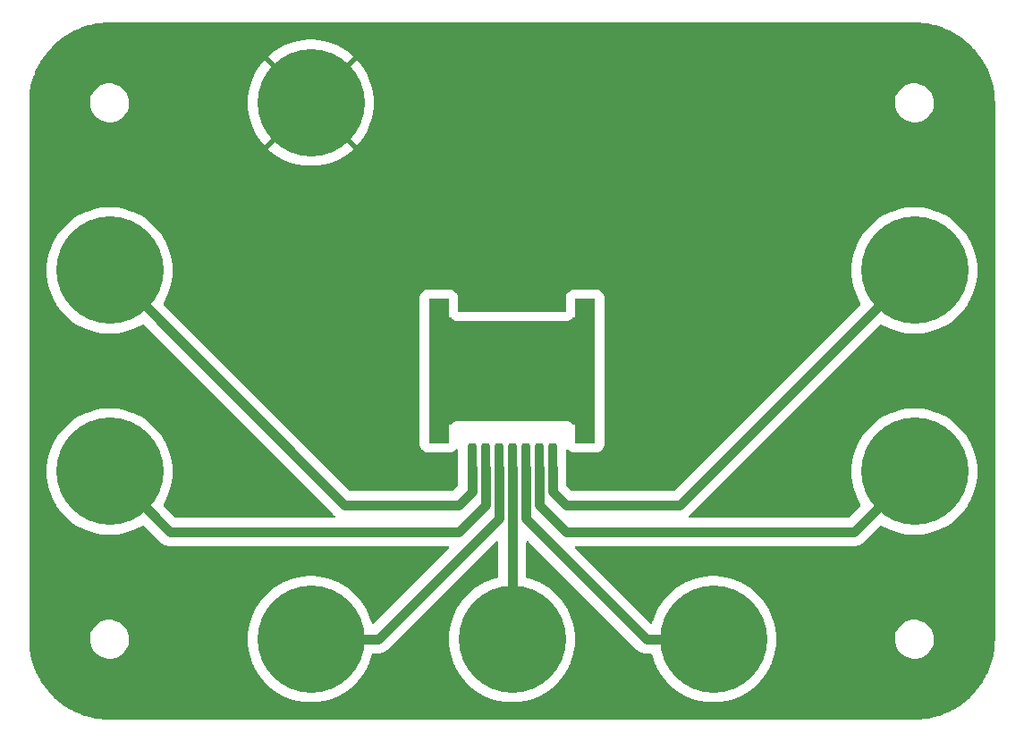
<source format=gbr>
%TF.GenerationSoftware,KiCad,Pcbnew,7.0.9*%
%TF.CreationDate,2023-11-14T16:22:47-06:00*%
%TF.ProjectId,to263-prototype,746f3236-332d-4707-926f-746f74797065,rev?*%
%TF.SameCoordinates,Original*%
%TF.FileFunction,Copper,L1,Top*%
%TF.FilePolarity,Positive*%
%FSLAX46Y46*%
G04 Gerber Fmt 4.6, Leading zero omitted, Abs format (unit mm)*
G04 Created by KiCad (PCBNEW 7.0.9) date 2023-11-14 16:22:47*
%MOMM*%
%LPD*%
G01*
G04 APERTURE LIST*
G04 Aperture macros list*
%AMRoundRect*
0 Rectangle with rounded corners*
0 $1 Rounding radius*
0 $2 $3 $4 $5 $6 $7 $8 $9 X,Y pos of 4 corners*
0 Add a 4 corners polygon primitive as box body*
4,1,4,$2,$3,$4,$5,$6,$7,$8,$9,$2,$3,0*
0 Add four circle primitives for the rounded corners*
1,1,$1+$1,$2,$3*
1,1,$1+$1,$4,$5*
1,1,$1+$1,$6,$7*
1,1,$1+$1,$8,$9*
0 Add four rect primitives between the rounded corners*
20,1,$1+$1,$2,$3,$4,$5,0*
20,1,$1+$1,$4,$5,$6,$7,0*
20,1,$1+$1,$6,$7,$8,$9,0*
20,1,$1+$1,$8,$9,$2,$3,0*%
G04 Aperture macros list end*
%TA.AperFunction,ComponentPad*%
%ADD10C,10.160000*%
%TD*%
%TA.AperFunction,SMDPad,CuDef*%
%ADD11R,1.850000X13.700000*%
%TD*%
%TA.AperFunction,SMDPad,CuDef*%
%ADD12RoundRect,0.200000X0.200000X-2.100000X0.200000X2.100000X-0.200000X2.100000X-0.200000X-2.100000X0*%
%TD*%
%TA.AperFunction,SMDPad,CuDef*%
%ADD13RoundRect,0.250000X2.375000X-2.025000X2.375000X2.025000X-2.375000X2.025000X-2.375000X-2.025000X0*%
%TD*%
%TA.AperFunction,SMDPad,CuDef*%
%ADD14RoundRect,0.250002X5.149998X-4.449998X5.149998X4.449998X-5.149998X4.449998X-5.149998X-4.449998X0*%
%TD*%
%TA.AperFunction,Conductor*%
%ADD15C,0.889000*%
%TD*%
G04 APERTURE END LIST*
D10*
%TO.P,J8,1,Pin_1*%
%TO.N,GND*%
X69850000Y-50800000D03*
%TD*%
%TO.P,J4,1,Pin_1*%
%TO.N,Net-(J4-Pin_1)*%
X88900000Y-101600000D03*
%TD*%
%TO.P,J1,1,Pin_1*%
%TO.N,Net-(J1-Pin_1)*%
X50800000Y-66675000D03*
%TD*%
%TO.P,J3,1,Pin_1*%
%TO.N,Net-(J3-Pin_1)*%
X69850000Y-101600000D03*
%TD*%
%TO.P,J6,1,Pin_1*%
%TO.N,Net-(J6-Pin_1)*%
X127000000Y-85725000D03*
%TD*%
%TO.P,J5,1,Pin_1*%
%TO.N,Net-(J5-Pin_1)*%
X107950000Y-101600000D03*
%TD*%
D11*
%TO.P,HS1,1*%
%TO.N,Net-(J4-Pin_1)*%
X81980000Y-76200000D03*
X95820000Y-76200000D03*
%TD*%
D10*
%TO.P,J2,1,Pin_1*%
%TO.N,Net-(J2-Pin_1)*%
X50800000Y-85725000D03*
%TD*%
%TO.P,J7,1,Pin_1*%
%TO.N,Net-(J7-Pin_1)*%
X127000000Y-66675000D03*
%TD*%
D12*
%TO.P,U1,1,Pin_1*%
%TO.N,Net-(J1-Pin_1)*%
X85090000Y-85350000D03*
%TO.P,U1,2,Pin_2*%
%TO.N,Net-(J2-Pin_1)*%
X86360000Y-85350000D03*
%TO.P,U1,3,Pin_3*%
%TO.N,Net-(J3-Pin_1)*%
X87630000Y-85350000D03*
%TO.P,U1,4,Pin_4*%
%TO.N,Net-(J4-Pin_1)*%
X88900000Y-85350000D03*
D13*
X86125000Y-78625000D03*
X91675000Y-78625000D03*
D14*
X88900000Y-76200000D03*
D13*
X86125000Y-73775000D03*
X91675000Y-73775000D03*
D12*
%TO.P,U1,5,Pin_5*%
%TO.N,Net-(J5-Pin_1)*%
X90170000Y-85350000D03*
%TO.P,U1,6,Pin_6*%
%TO.N,Net-(J6-Pin_1)*%
X91440000Y-85350000D03*
%TO.P,U1,7,Pin_7*%
%TO.N,Net-(J7-Pin_1)*%
X92710000Y-85350000D03*
%TD*%
D15*
%TO.N,Net-(J1-Pin_1)*%
X85090000Y-87650000D02*
X83840000Y-88900000D01*
X73025000Y-88900000D02*
X50800000Y-66675000D01*
X85090000Y-85350000D02*
X85090000Y-87650000D01*
X83840000Y-88900000D02*
X73025000Y-88900000D01*
%TO.N,Net-(J2-Pin_1)*%
X56515000Y-91440000D02*
X50800000Y-85725000D01*
X83820000Y-91440000D02*
X56515000Y-91440000D01*
X86360000Y-85350000D02*
X86360000Y-88900000D01*
X86360000Y-88900000D02*
X83820000Y-91440000D01*
%TO.N,Net-(J3-Pin_1)*%
X87630000Y-85350000D02*
X87630000Y-90170000D01*
X87630000Y-90170000D02*
X76200000Y-101600000D01*
X76200000Y-101600000D02*
X69850000Y-101600000D01*
%TO.N,Net-(J4-Pin_1)*%
X88900000Y-85350000D02*
X88900000Y-101600000D01*
%TO.N,Net-(J5-Pin_1)*%
X90170000Y-85350000D02*
X90170000Y-90170000D01*
X101600000Y-101600000D02*
X107950000Y-101600000D01*
X90170000Y-90170000D02*
X101600000Y-101600000D01*
%TO.N,Net-(J6-Pin_1)*%
X121285000Y-91440000D02*
X127000000Y-85725000D01*
X93980000Y-91440000D02*
X121285000Y-91440000D01*
X91440000Y-88900000D02*
X93980000Y-91440000D01*
X91440000Y-85350000D02*
X91440000Y-88900000D01*
%TO.N,Net-(J7-Pin_1)*%
X104775000Y-88900000D02*
X127000000Y-66675000D01*
X92710000Y-87630000D02*
X93980000Y-88900000D01*
X92710000Y-85350000D02*
X92710000Y-87630000D01*
X93980000Y-88900000D02*
X104775000Y-88900000D01*
%TD*%
%TA.AperFunction,Conductor*%
%TO.N,GND*%
G36*
X127322140Y-43191504D02*
G01*
X127522520Y-43198661D01*
X127526580Y-43198942D01*
X127814973Y-43228589D01*
X128051748Y-43254046D01*
X128055619Y-43254588D01*
X128334032Y-43302592D01*
X128575786Y-43346209D01*
X128579345Y-43346963D01*
X128841257Y-43410789D01*
X128850934Y-43413148D01*
X129092051Y-43474689D01*
X129095400Y-43475647D01*
X129360331Y-43559732D01*
X129598091Y-43638866D01*
X129601205Y-43639999D01*
X129715553Y-43685091D01*
X129858831Y-43741592D01*
X130091402Y-43837927D01*
X130094269Y-43839202D01*
X130251768Y-43914105D01*
X130343806Y-43957877D01*
X130569576Y-44070889D01*
X130572211Y-44072288D01*
X130812732Y-44207526D01*
X130898176Y-44258221D01*
X131030359Y-44336650D01*
X131032709Y-44338117D01*
X131163888Y-44424157D01*
X131263229Y-44489315D01*
X131263251Y-44489329D01*
X131472485Y-44634603D01*
X131693115Y-44801912D01*
X131891579Y-44961844D01*
X132046837Y-45097222D01*
X132100199Y-45143751D01*
X132286816Y-45317497D01*
X132482502Y-45513183D01*
X132656248Y-45699800D01*
X132708860Y-45760137D01*
X132838158Y-45908423D01*
X132947881Y-46044582D01*
X132998087Y-46106884D01*
X133165396Y-46327514D01*
X133310670Y-46536748D01*
X133461881Y-46767289D01*
X133463359Y-46769656D01*
X133592473Y-46987267D01*
X133727710Y-47227787D01*
X133729109Y-47230422D01*
X133842122Y-47456193D01*
X133960786Y-47705706D01*
X133962076Y-47708608D01*
X134058414Y-47941188D01*
X134159999Y-48198793D01*
X134161150Y-48201959D01*
X134240283Y-48439717D01*
X134324340Y-48704561D01*
X134325319Y-48707984D01*
X134386851Y-48949065D01*
X134453021Y-49220589D01*
X134453799Y-49224261D01*
X134497418Y-49466026D01*
X134545410Y-49744381D01*
X134545957Y-49748288D01*
X134571425Y-49985174D01*
X134601053Y-50273378D01*
X134601338Y-50277506D01*
X134608507Y-50478225D01*
X134619500Y-50800001D01*
X134619500Y-101599999D01*
X134608507Y-101921774D01*
X134601338Y-102122492D01*
X134601053Y-102126620D01*
X134571425Y-102414825D01*
X134545957Y-102651710D01*
X134545410Y-102655617D01*
X134497418Y-102933973D01*
X134453799Y-103175737D01*
X134453021Y-103179409D01*
X134386851Y-103450934D01*
X134325319Y-103692014D01*
X134324340Y-103695437D01*
X134240283Y-103960282D01*
X134161150Y-104198039D01*
X134160000Y-104201205D01*
X134058414Y-104458811D01*
X133962076Y-104691390D01*
X133960786Y-104694292D01*
X133842122Y-104943806D01*
X133729109Y-105169576D01*
X133727710Y-105172211D01*
X133592473Y-105412732D01*
X133463359Y-105630342D01*
X133461881Y-105632709D01*
X133310670Y-105863251D01*
X133165396Y-106072485D01*
X132998087Y-106293115D01*
X132838151Y-106491585D01*
X132656248Y-106700199D01*
X132482502Y-106886816D01*
X132286816Y-107082502D01*
X132100199Y-107256248D01*
X131891585Y-107438151D01*
X131693115Y-107598087D01*
X131472485Y-107765396D01*
X131263251Y-107910670D01*
X131032709Y-108061881D01*
X131030342Y-108063359D01*
X130812732Y-108192473D01*
X130572211Y-108327710D01*
X130569576Y-108329109D01*
X130343806Y-108442122D01*
X130094292Y-108560786D01*
X130091390Y-108562076D01*
X129858811Y-108658414D01*
X129601205Y-108760000D01*
X129598039Y-108761150D01*
X129360282Y-108840283D01*
X129095437Y-108924340D01*
X129092014Y-108925319D01*
X128850934Y-108986851D01*
X128579409Y-109053021D01*
X128575737Y-109053799D01*
X128333973Y-109097418D01*
X128055617Y-109145410D01*
X128051710Y-109145957D01*
X127814825Y-109171425D01*
X127526620Y-109201053D01*
X127522492Y-109201338D01*
X127321774Y-109208507D01*
X126999999Y-109219500D01*
X50800001Y-109219500D01*
X50478225Y-109208507D01*
X50277506Y-109201338D01*
X50273378Y-109201053D01*
X49985174Y-109171425D01*
X49748288Y-109145957D01*
X49744381Y-109145410D01*
X49466026Y-109097418D01*
X49224261Y-109053799D01*
X49220604Y-109053024D01*
X49119381Y-109028356D01*
X48949065Y-108986851D01*
X48707984Y-108925319D01*
X48704561Y-108924340D01*
X48439717Y-108840283D01*
X48201950Y-108761146D01*
X48198793Y-108759999D01*
X47941188Y-108658414D01*
X47708608Y-108562076D01*
X47705706Y-108560786D01*
X47456193Y-108442122D01*
X47230422Y-108329109D01*
X47227787Y-108327710D01*
X46987267Y-108192473D01*
X46769656Y-108063359D01*
X46767289Y-108061881D01*
X46536748Y-107910670D01*
X46327514Y-107765396D01*
X46106884Y-107598087D01*
X46023367Y-107530785D01*
X45908423Y-107438158D01*
X45760137Y-107308860D01*
X45699800Y-107256248D01*
X45513183Y-107082502D01*
X45317497Y-106886816D01*
X45143751Y-106700199D01*
X45066097Y-106611142D01*
X44961844Y-106491579D01*
X44801912Y-106293115D01*
X44634603Y-106072485D01*
X44489329Y-105863251D01*
X44338117Y-105632709D01*
X44336650Y-105630359D01*
X44207526Y-105412732D01*
X44072288Y-105172211D01*
X44070889Y-105169576D01*
X43957877Y-104943806D01*
X43918755Y-104861545D01*
X43839202Y-104694270D01*
X43837922Y-104691390D01*
X43741585Y-104458811D01*
X43639999Y-104201205D01*
X43638866Y-104198091D01*
X43559732Y-103960331D01*
X43475647Y-103695400D01*
X43474689Y-103692051D01*
X43413148Y-103450934D01*
X43402031Y-103405316D01*
X43346963Y-103179345D01*
X43346209Y-103175786D01*
X43302586Y-102933999D01*
X43254588Y-102655617D01*
X43254046Y-102651748D01*
X43228574Y-102414825D01*
X43198942Y-102126580D01*
X43198661Y-102122520D01*
X43191492Y-101921774D01*
X43182815Y-101667763D01*
X48945787Y-101667763D01*
X48975413Y-101937013D01*
X48975415Y-101937024D01*
X49024982Y-102126620D01*
X49043928Y-102199088D01*
X49149870Y-102448390D01*
X49258147Y-102625808D01*
X49290979Y-102679605D01*
X49290986Y-102679615D01*
X49464253Y-102887819D01*
X49464259Y-102887824D01*
X49515765Y-102933973D01*
X49665998Y-103068582D01*
X49891910Y-103218044D01*
X50137176Y-103333020D01*
X50137183Y-103333022D01*
X50137185Y-103333023D01*
X50396557Y-103411057D01*
X50396564Y-103411058D01*
X50396569Y-103411060D01*
X50664561Y-103450500D01*
X50664566Y-103450500D01*
X50867636Y-103450500D01*
X50919133Y-103446730D01*
X51070156Y-103435677D01*
X51206451Y-103405316D01*
X51334546Y-103376782D01*
X51334548Y-103376781D01*
X51334553Y-103376780D01*
X51587558Y-103280014D01*
X51823777Y-103147441D01*
X52038177Y-102981888D01*
X52226186Y-102786881D01*
X52383799Y-102566579D01*
X52479850Y-102379759D01*
X52507649Y-102325690D01*
X52507651Y-102325684D01*
X52507656Y-102325675D01*
X52595118Y-102069305D01*
X52644319Y-101802933D01*
X52654212Y-101532235D01*
X52624586Y-101262982D01*
X52556072Y-101000912D01*
X52450130Y-100751610D01*
X52309018Y-100520390D01*
X52219747Y-100413119D01*
X52135746Y-100312180D01*
X52135740Y-100312175D01*
X51934002Y-100131418D01*
X51708092Y-99981957D01*
X51708090Y-99981956D01*
X51462824Y-99866980D01*
X51462819Y-99866978D01*
X51462814Y-99866976D01*
X51203442Y-99788942D01*
X51203428Y-99788939D01*
X51087791Y-99771921D01*
X50935439Y-99749500D01*
X50732369Y-99749500D01*
X50732364Y-99749500D01*
X50529844Y-99764323D01*
X50529831Y-99764325D01*
X50265453Y-99823217D01*
X50265446Y-99823220D01*
X50012439Y-99919987D01*
X49776226Y-100052557D01*
X49561822Y-100218112D01*
X49373822Y-100413109D01*
X49373816Y-100413116D01*
X49216202Y-100633419D01*
X49216199Y-100633424D01*
X49092350Y-100874309D01*
X49092343Y-100874327D01*
X49004884Y-101130685D01*
X49004881Y-101130699D01*
X48955681Y-101397068D01*
X48955680Y-101397075D01*
X48945787Y-101667763D01*
X43182815Y-101667763D01*
X43180500Y-101600000D01*
X43180500Y-101599500D01*
X43180500Y-85725001D01*
X44825655Y-85725001D01*
X44845028Y-86205734D01*
X44903021Y-86683355D01*
X44903021Y-86683354D01*
X44972989Y-87026077D01*
X44999259Y-87154754D01*
X45133116Y-87616884D01*
X45133119Y-87616893D01*
X45303730Y-88066756D01*
X45416400Y-88304202D01*
X45509980Y-88501417D01*
X45731121Y-88884444D01*
X45750548Y-88918091D01*
X45783773Y-88966225D01*
X46023853Y-89314042D01*
X46328139Y-89686724D01*
X46328142Y-89686727D01*
X46661427Y-90033713D01*
X47021553Y-90352757D01*
X47406188Y-90641792D01*
X47812830Y-90898937D01*
X47812831Y-90898937D01*
X48238853Y-91122530D01*
X48566128Y-91261968D01*
X48681468Y-91311110D01*
X48681470Y-91311110D01*
X48681478Y-91311114D01*
X48863002Y-91371715D01*
X49137833Y-91463467D01*
X49137836Y-91463467D01*
X49137836Y-91463468D01*
X49604976Y-91578607D01*
X50079870Y-91655785D01*
X50079871Y-91655785D01*
X50559435Y-91694500D01*
X50559437Y-91694500D01*
X51040565Y-91694500D01*
X51520129Y-91655785D01*
X51520130Y-91655785D01*
X51995024Y-91578607D01*
X52462164Y-91463468D01*
X52462164Y-91463467D01*
X52462167Y-91463467D01*
X52736997Y-91371715D01*
X52918522Y-91311114D01*
X52918529Y-91311110D01*
X52918532Y-91311110D01*
X53033872Y-91261968D01*
X53361147Y-91122530D01*
X53787169Y-90898937D01*
X53787168Y-90898937D01*
X53787173Y-90898935D01*
X53887255Y-90835646D01*
X53954434Y-90816453D01*
X54021328Y-90836628D01*
X54041208Y-90852769D01*
X55489193Y-92300754D01*
X55654246Y-92465807D01*
X55684381Y-92486908D01*
X55699916Y-92497786D01*
X55704208Y-92501079D01*
X55746927Y-92536924D01*
X55795236Y-92564815D01*
X55799770Y-92567704D01*
X55845452Y-92599691D01*
X55895990Y-92623256D01*
X55900766Y-92625743D01*
X55900784Y-92625753D01*
X55949063Y-92653628D01*
X55949067Y-92653630D01*
X55949074Y-92653634D01*
X56001483Y-92672708D01*
X56006463Y-92674772D01*
X56057000Y-92698338D01*
X56057001Y-92698338D01*
X56057002Y-92698339D01*
X56110855Y-92712768D01*
X56116013Y-92714395D01*
X56159354Y-92730169D01*
X56168417Y-92733468D01*
X56223341Y-92743151D01*
X56228604Y-92744319D01*
X56236480Y-92746429D01*
X56282468Y-92758752D01*
X56338047Y-92763613D01*
X56343353Y-92764312D01*
X56398290Y-92774000D01*
X56456753Y-92774000D01*
X82840077Y-92774000D01*
X82907116Y-92793685D01*
X82952871Y-92846489D01*
X82962815Y-92915647D01*
X82933790Y-92979203D01*
X82927758Y-92985681D01*
X75819902Y-100093535D01*
X75758579Y-100127020D01*
X75688887Y-100122036D01*
X75632954Y-100080164D01*
X75613117Y-100040353D01*
X75516884Y-99708116D01*
X75346275Y-99258256D01*
X75346272Y-99258251D01*
X75346270Y-99258244D01*
X75233599Y-99020797D01*
X75140020Y-98823583D01*
X74899457Y-98406917D01*
X74899454Y-98406913D01*
X74899452Y-98406909D01*
X74811359Y-98279285D01*
X74626147Y-98010958D01*
X74321861Y-97638276D01*
X73988574Y-97291288D01*
X73628447Y-96972243D01*
X73243815Y-96683210D01*
X72837173Y-96426065D01*
X72837170Y-96426063D01*
X72837169Y-96426063D01*
X72411147Y-96202470D01*
X72083872Y-96063031D01*
X71968532Y-96013890D01*
X71968529Y-96013889D01*
X71968522Y-96013886D01*
X71786997Y-95953284D01*
X71512167Y-95861533D01*
X71512164Y-95861532D01*
X71045024Y-95746393D01*
X70570130Y-95669215D01*
X70570129Y-95669215D01*
X70090565Y-95630500D01*
X70090563Y-95630500D01*
X69609437Y-95630500D01*
X69609435Y-95630500D01*
X69129871Y-95669215D01*
X69129870Y-95669215D01*
X68654976Y-95746393D01*
X68187836Y-95861532D01*
X68187833Y-95861533D01*
X67913002Y-95953284D01*
X67731478Y-96013886D01*
X67731470Y-96013889D01*
X67731468Y-96013890D01*
X67616128Y-96063031D01*
X67288853Y-96202470D01*
X66862832Y-96426063D01*
X66862831Y-96426063D01*
X66862828Y-96426065D01*
X66456185Y-96683210D01*
X66071553Y-96972243D01*
X65711426Y-97291288D01*
X65378139Y-97638276D01*
X65073853Y-98010958D01*
X64888640Y-98279285D01*
X64800548Y-98406909D01*
X64800545Y-98406913D01*
X64800543Y-98406917D01*
X64559980Y-98823583D01*
X64466400Y-99020797D01*
X64353730Y-99258244D01*
X64353727Y-99258251D01*
X64353725Y-99258256D01*
X64183116Y-99708116D01*
X64049260Y-100170241D01*
X63953021Y-100641645D01*
X63953021Y-100641646D01*
X63953021Y-100641648D01*
X63895028Y-101119265D01*
X63875655Y-101600000D01*
X63895028Y-102080735D01*
X63909398Y-102199082D01*
X63953021Y-102558355D01*
X63953021Y-102558354D01*
X64033729Y-102953685D01*
X64049259Y-103029754D01*
X64183116Y-103491884D01*
X64340418Y-103906657D01*
X64353730Y-103941756D01*
X64362521Y-103960282D01*
X64559980Y-104376417D01*
X64741830Y-104691390D01*
X64800548Y-104793091D01*
X64856940Y-104874788D01*
X65073853Y-105189042D01*
X65378139Y-105561724D01*
X65711426Y-105908712D01*
X66071553Y-106227757D01*
X66422643Y-106491585D01*
X66456188Y-106516792D01*
X66862830Y-106773937D01*
X66862831Y-106773937D01*
X67277649Y-106991650D01*
X67288853Y-106997530D01*
X67488291Y-107082502D01*
X67731468Y-107186110D01*
X67731470Y-107186110D01*
X67731478Y-107186114D01*
X67913002Y-107246715D01*
X68187833Y-107338467D01*
X68187836Y-107338467D01*
X68187836Y-107338468D01*
X68654976Y-107453607D01*
X69129870Y-107530785D01*
X69129871Y-107530785D01*
X69609435Y-107569500D01*
X69609437Y-107569500D01*
X70090565Y-107569500D01*
X70570129Y-107530785D01*
X70570130Y-107530785D01*
X71045024Y-107453607D01*
X71512164Y-107338468D01*
X71512164Y-107338467D01*
X71512167Y-107338467D01*
X71786997Y-107246715D01*
X71968522Y-107186114D01*
X71968529Y-107186110D01*
X71968532Y-107186110D01*
X72211709Y-107082502D01*
X72411147Y-106997530D01*
X72422351Y-106991650D01*
X72837169Y-106773937D01*
X72837170Y-106773937D01*
X73243812Y-106516792D01*
X73277357Y-106491585D01*
X73628447Y-106227757D01*
X73988574Y-105908712D01*
X74321861Y-105561724D01*
X74626147Y-105189042D01*
X74843060Y-104874788D01*
X74899452Y-104793091D01*
X74958170Y-104691390D01*
X75140020Y-104376417D01*
X75337479Y-103960282D01*
X75346270Y-103941756D01*
X75359582Y-103906657D01*
X75516884Y-103491884D01*
X75650741Y-103029754D01*
X75650742Y-103029748D01*
X75651094Y-103028323D01*
X75686251Y-102967943D01*
X75748471Y-102936155D01*
X75771490Y-102934000D01*
X76316707Y-102934000D01*
X76316710Y-102934000D01*
X76371645Y-102924313D01*
X76376966Y-102923613D01*
X76432532Y-102918752D01*
X76486416Y-102904313D01*
X76491653Y-102903152D01*
X76546583Y-102893467D01*
X76567018Y-102886029D01*
X76598977Y-102874397D01*
X76604134Y-102872771D01*
X76657998Y-102858339D01*
X76708536Y-102834771D01*
X76713526Y-102832705D01*
X76765927Y-102813634D01*
X76814232Y-102785744D01*
X76819006Y-102783258D01*
X76869548Y-102759691D01*
X76915226Y-102727706D01*
X76919772Y-102724809D01*
X76968074Y-102696923D01*
X77010811Y-102661060D01*
X77015068Y-102657795D01*
X77060754Y-102625807D01*
X77225807Y-102460754D01*
X87354319Y-92332242D01*
X87415642Y-92298757D01*
X87485334Y-92303741D01*
X87541267Y-92345613D01*
X87565684Y-92411077D01*
X87566000Y-92419923D01*
X87566000Y-95683499D01*
X87546315Y-95750538D01*
X87493511Y-95796293D01*
X87471675Y-95803896D01*
X87237836Y-95861532D01*
X87237833Y-95861533D01*
X86963002Y-95953284D01*
X86781478Y-96013886D01*
X86781470Y-96013889D01*
X86781468Y-96013890D01*
X86666128Y-96063031D01*
X86338853Y-96202470D01*
X85912832Y-96426063D01*
X85912831Y-96426063D01*
X85912828Y-96426065D01*
X85506185Y-96683210D01*
X85121553Y-96972243D01*
X84761426Y-97291288D01*
X84428139Y-97638276D01*
X84123853Y-98010958D01*
X83938640Y-98279285D01*
X83850548Y-98406909D01*
X83850545Y-98406913D01*
X83850543Y-98406917D01*
X83609980Y-98823583D01*
X83516400Y-99020797D01*
X83403730Y-99258244D01*
X83403727Y-99258251D01*
X83403725Y-99258256D01*
X83233116Y-99708116D01*
X83099260Y-100170241D01*
X83003021Y-100641645D01*
X83003021Y-100641646D01*
X83003021Y-100641648D01*
X82945028Y-101119265D01*
X82925655Y-101600000D01*
X82945028Y-102080735D01*
X82959398Y-102199082D01*
X83003021Y-102558355D01*
X83003021Y-102558354D01*
X83083729Y-102953685D01*
X83099259Y-103029754D01*
X83233116Y-103491884D01*
X83390418Y-103906657D01*
X83403730Y-103941756D01*
X83412521Y-103960282D01*
X83609980Y-104376417D01*
X83791830Y-104691390D01*
X83850548Y-104793091D01*
X83906940Y-104874788D01*
X84123853Y-105189042D01*
X84428139Y-105561724D01*
X84761426Y-105908712D01*
X85121553Y-106227757D01*
X85472643Y-106491585D01*
X85506188Y-106516792D01*
X85912830Y-106773937D01*
X85912831Y-106773937D01*
X86327649Y-106991650D01*
X86338853Y-106997530D01*
X86538291Y-107082502D01*
X86781468Y-107186110D01*
X86781470Y-107186110D01*
X86781478Y-107186114D01*
X86963002Y-107246715D01*
X87237833Y-107338467D01*
X87237836Y-107338467D01*
X87237836Y-107338468D01*
X87704976Y-107453607D01*
X88179870Y-107530785D01*
X88179871Y-107530785D01*
X88659435Y-107569500D01*
X88659437Y-107569500D01*
X89140565Y-107569500D01*
X89620129Y-107530785D01*
X89620130Y-107530785D01*
X90095024Y-107453607D01*
X90562164Y-107338468D01*
X90562164Y-107338467D01*
X90562167Y-107338467D01*
X90836997Y-107246715D01*
X91018522Y-107186114D01*
X91018529Y-107186110D01*
X91018532Y-107186110D01*
X91261709Y-107082502D01*
X91461147Y-106997530D01*
X91472351Y-106991650D01*
X91887169Y-106773937D01*
X91887170Y-106773937D01*
X92293812Y-106516792D01*
X92327357Y-106491585D01*
X92678447Y-106227757D01*
X93038574Y-105908712D01*
X93371861Y-105561724D01*
X93676147Y-105189042D01*
X93893060Y-104874788D01*
X93949452Y-104793091D01*
X94008170Y-104691390D01*
X94190020Y-104376417D01*
X94387479Y-103960282D01*
X94396270Y-103941756D01*
X94409582Y-103906657D01*
X94566884Y-103491884D01*
X94700741Y-103029754D01*
X94716271Y-102953685D01*
X94796979Y-102558354D01*
X94796979Y-102558355D01*
X94840602Y-102199082D01*
X94854972Y-102080735D01*
X94874345Y-101600000D01*
X94854972Y-101119265D01*
X94796979Y-100641648D01*
X94796979Y-100641646D01*
X94796978Y-100641645D01*
X94700740Y-100170241D01*
X94566884Y-99708116D01*
X94396275Y-99258256D01*
X94396272Y-99258251D01*
X94396270Y-99258244D01*
X94283599Y-99020797D01*
X94190020Y-98823583D01*
X93949457Y-98406917D01*
X93949454Y-98406913D01*
X93949452Y-98406909D01*
X93861359Y-98279285D01*
X93676147Y-98010958D01*
X93371861Y-97638276D01*
X93038574Y-97291288D01*
X92678447Y-96972243D01*
X92293815Y-96683210D01*
X91887173Y-96426065D01*
X91887170Y-96426063D01*
X91887169Y-96426063D01*
X91461147Y-96202470D01*
X91133872Y-96063031D01*
X91018532Y-96013890D01*
X91018529Y-96013889D01*
X91018522Y-96013886D01*
X90836997Y-95953284D01*
X90562167Y-95861533D01*
X90562164Y-95861532D01*
X90328325Y-95803896D01*
X90267944Y-95768739D01*
X90236156Y-95706520D01*
X90234000Y-95683499D01*
X90234000Y-92419923D01*
X90253685Y-92352884D01*
X90306489Y-92307129D01*
X90375647Y-92297185D01*
X90439203Y-92326210D01*
X90445681Y-92332242D01*
X100574193Y-102460754D01*
X100739246Y-102625807D01*
X100784936Y-102657799D01*
X100789199Y-102661070D01*
X100820674Y-102687481D01*
X100831922Y-102696920D01*
X100831929Y-102696925D01*
X100880211Y-102724801D01*
X100884775Y-102727708D01*
X100930447Y-102759688D01*
X100930449Y-102759689D01*
X100930452Y-102759691D01*
X100980979Y-102783252D01*
X100985772Y-102785748D01*
X101016186Y-102803306D01*
X101034073Y-102813634D01*
X101064695Y-102824779D01*
X101086472Y-102832705D01*
X101091473Y-102834777D01*
X101114362Y-102845450D01*
X101142002Y-102858339D01*
X101142006Y-102858340D01*
X101142004Y-102858340D01*
X101188965Y-102870922D01*
X101195857Y-102872769D01*
X101195865Y-102872771D01*
X101201027Y-102874399D01*
X101220988Y-102881663D01*
X101253417Y-102893467D01*
X101308342Y-102903151D01*
X101313590Y-102904315D01*
X101367468Y-102918752D01*
X101417666Y-102923143D01*
X101423017Y-102923612D01*
X101428376Y-102924317D01*
X101483290Y-102934000D01*
X101541753Y-102934000D01*
X102028510Y-102934000D01*
X102095549Y-102953685D01*
X102141304Y-103006489D01*
X102148906Y-103028323D01*
X102149257Y-103029748D01*
X102149259Y-103029754D01*
X102283116Y-103491884D01*
X102440418Y-103906657D01*
X102453730Y-103941756D01*
X102462521Y-103960282D01*
X102659980Y-104376417D01*
X102841830Y-104691390D01*
X102900548Y-104793091D01*
X102956940Y-104874788D01*
X103173853Y-105189042D01*
X103478139Y-105561724D01*
X103811426Y-105908712D01*
X104171553Y-106227757D01*
X104522643Y-106491585D01*
X104556188Y-106516792D01*
X104962830Y-106773937D01*
X104962831Y-106773937D01*
X105377649Y-106991650D01*
X105388853Y-106997530D01*
X105588291Y-107082502D01*
X105831468Y-107186110D01*
X105831470Y-107186110D01*
X105831478Y-107186114D01*
X106013002Y-107246715D01*
X106287833Y-107338467D01*
X106287836Y-107338467D01*
X106287836Y-107338468D01*
X106754976Y-107453607D01*
X107229870Y-107530785D01*
X107229871Y-107530785D01*
X107709435Y-107569500D01*
X107709437Y-107569500D01*
X108190565Y-107569500D01*
X108670129Y-107530785D01*
X108670130Y-107530785D01*
X109145024Y-107453607D01*
X109612164Y-107338468D01*
X109612164Y-107338467D01*
X109612167Y-107338467D01*
X109886997Y-107246715D01*
X110068522Y-107186114D01*
X110068529Y-107186110D01*
X110068532Y-107186110D01*
X110311709Y-107082502D01*
X110511147Y-106997530D01*
X110522351Y-106991650D01*
X110937169Y-106773937D01*
X110937170Y-106773937D01*
X111343812Y-106516792D01*
X111377357Y-106491585D01*
X111728447Y-106227757D01*
X112088574Y-105908712D01*
X112421861Y-105561724D01*
X112726147Y-105189042D01*
X112943060Y-104874788D01*
X112999452Y-104793091D01*
X113058170Y-104691390D01*
X113240020Y-104376417D01*
X113437479Y-103960282D01*
X113446270Y-103941756D01*
X113459582Y-103906657D01*
X113616884Y-103491884D01*
X113750741Y-103029754D01*
X113766271Y-102953685D01*
X113846979Y-102558354D01*
X113846979Y-102558355D01*
X113890602Y-102199082D01*
X113904972Y-102080735D01*
X113921614Y-101667763D01*
X125145787Y-101667763D01*
X125175413Y-101937013D01*
X125175415Y-101937024D01*
X125224982Y-102126620D01*
X125243928Y-102199088D01*
X125349870Y-102448390D01*
X125458147Y-102625808D01*
X125490979Y-102679605D01*
X125490986Y-102679615D01*
X125664253Y-102887819D01*
X125664259Y-102887824D01*
X125715765Y-102933973D01*
X125865998Y-103068582D01*
X126091910Y-103218044D01*
X126337176Y-103333020D01*
X126337183Y-103333022D01*
X126337185Y-103333023D01*
X126596557Y-103411057D01*
X126596564Y-103411058D01*
X126596569Y-103411060D01*
X126864561Y-103450500D01*
X126864566Y-103450500D01*
X127067636Y-103450500D01*
X127119133Y-103446730D01*
X127270156Y-103435677D01*
X127406451Y-103405316D01*
X127534546Y-103376782D01*
X127534548Y-103376781D01*
X127534553Y-103376780D01*
X127787558Y-103280014D01*
X128023777Y-103147441D01*
X128238177Y-102981888D01*
X128426186Y-102786881D01*
X128583799Y-102566579D01*
X128679850Y-102379759D01*
X128707649Y-102325690D01*
X128707651Y-102325684D01*
X128707656Y-102325675D01*
X128795118Y-102069305D01*
X128844319Y-101802933D01*
X128854212Y-101532235D01*
X128824586Y-101262982D01*
X128756072Y-101000912D01*
X128650130Y-100751610D01*
X128509018Y-100520390D01*
X128419747Y-100413119D01*
X128335746Y-100312180D01*
X128335740Y-100312175D01*
X128134002Y-100131418D01*
X127908092Y-99981957D01*
X127908090Y-99981956D01*
X127662824Y-99866980D01*
X127662819Y-99866978D01*
X127662814Y-99866976D01*
X127403442Y-99788942D01*
X127403428Y-99788939D01*
X127287791Y-99771921D01*
X127135439Y-99749500D01*
X126932369Y-99749500D01*
X126932364Y-99749500D01*
X126729844Y-99764323D01*
X126729831Y-99764325D01*
X126465453Y-99823217D01*
X126465446Y-99823220D01*
X126212439Y-99919987D01*
X125976226Y-100052557D01*
X125761822Y-100218112D01*
X125573822Y-100413109D01*
X125573816Y-100413116D01*
X125416202Y-100633419D01*
X125416199Y-100633424D01*
X125292350Y-100874309D01*
X125292343Y-100874327D01*
X125204884Y-101130685D01*
X125204881Y-101130699D01*
X125155681Y-101397068D01*
X125155680Y-101397075D01*
X125145787Y-101667763D01*
X113921614Y-101667763D01*
X113924345Y-101600000D01*
X113904972Y-101119265D01*
X113846979Y-100641648D01*
X113846979Y-100641646D01*
X113846978Y-100641645D01*
X113750740Y-100170241D01*
X113616884Y-99708116D01*
X113446275Y-99258256D01*
X113446272Y-99258251D01*
X113446270Y-99258244D01*
X113333599Y-99020797D01*
X113240020Y-98823583D01*
X112999457Y-98406917D01*
X112999454Y-98406913D01*
X112999452Y-98406909D01*
X112911359Y-98279285D01*
X112726147Y-98010958D01*
X112421861Y-97638276D01*
X112088574Y-97291288D01*
X111728447Y-96972243D01*
X111343815Y-96683210D01*
X110937173Y-96426065D01*
X110937170Y-96426063D01*
X110937169Y-96426063D01*
X110511147Y-96202470D01*
X110183872Y-96063031D01*
X110068532Y-96013890D01*
X110068529Y-96013889D01*
X110068522Y-96013886D01*
X109886997Y-95953284D01*
X109612167Y-95861533D01*
X109612164Y-95861532D01*
X109145024Y-95746393D01*
X108670130Y-95669215D01*
X108670129Y-95669215D01*
X108190565Y-95630500D01*
X108190563Y-95630500D01*
X107709437Y-95630500D01*
X107709435Y-95630500D01*
X107229871Y-95669215D01*
X107229870Y-95669215D01*
X106754976Y-95746393D01*
X106287836Y-95861532D01*
X106287833Y-95861533D01*
X106013002Y-95953284D01*
X105831478Y-96013886D01*
X105831470Y-96013889D01*
X105831468Y-96013890D01*
X105716128Y-96063031D01*
X105388853Y-96202470D01*
X104962832Y-96426063D01*
X104962831Y-96426063D01*
X104962828Y-96426065D01*
X104556185Y-96683210D01*
X104171553Y-96972243D01*
X103811426Y-97291288D01*
X103478139Y-97638276D01*
X103173853Y-98010958D01*
X102988640Y-98279285D01*
X102900548Y-98406909D01*
X102900545Y-98406913D01*
X102900543Y-98406917D01*
X102659980Y-98823583D01*
X102566400Y-99020797D01*
X102453730Y-99258244D01*
X102453727Y-99258251D01*
X102453725Y-99258256D01*
X102283116Y-99708116D01*
X102259705Y-99788940D01*
X102186882Y-100040354D01*
X102149323Y-100099270D01*
X102085874Y-100128527D01*
X102016680Y-100118837D01*
X101980097Y-100093536D01*
X94872242Y-92985681D01*
X94838757Y-92924358D01*
X94843741Y-92854666D01*
X94885613Y-92798733D01*
X94951077Y-92774316D01*
X94959923Y-92774000D01*
X121401707Y-92774000D01*
X121401710Y-92774000D01*
X121456645Y-92764313D01*
X121461966Y-92763613D01*
X121517532Y-92758752D01*
X121571416Y-92744313D01*
X121576653Y-92743152D01*
X121631583Y-92733467D01*
X121683977Y-92714397D01*
X121689130Y-92712772D01*
X121742998Y-92698339D01*
X121793536Y-92674771D01*
X121798526Y-92672705D01*
X121798540Y-92672700D01*
X121850927Y-92653634D01*
X121899232Y-92625744D01*
X121904006Y-92623258D01*
X121954548Y-92599691D01*
X122000226Y-92567706D01*
X122004772Y-92564809D01*
X122053074Y-92536923D01*
X122095811Y-92501060D01*
X122100068Y-92497795D01*
X122145754Y-92465807D01*
X122310807Y-92300754D01*
X123758792Y-90852767D01*
X123820113Y-90819284D01*
X123889804Y-90824268D01*
X123912741Y-90835644D01*
X123939822Y-90852769D01*
X124012830Y-90898937D01*
X124012831Y-90898937D01*
X124438853Y-91122530D01*
X124766128Y-91261968D01*
X124881468Y-91311110D01*
X124881470Y-91311110D01*
X124881478Y-91311114D01*
X125063002Y-91371715D01*
X125337833Y-91463467D01*
X125337836Y-91463467D01*
X125337836Y-91463468D01*
X125804976Y-91578607D01*
X126279870Y-91655785D01*
X126279871Y-91655785D01*
X126759435Y-91694500D01*
X126759437Y-91694500D01*
X127240565Y-91694500D01*
X127720129Y-91655785D01*
X127720130Y-91655785D01*
X128195024Y-91578607D01*
X128662164Y-91463468D01*
X128662164Y-91463467D01*
X128662167Y-91463467D01*
X128936997Y-91371715D01*
X129118522Y-91311114D01*
X129118529Y-91311110D01*
X129118532Y-91311110D01*
X129233872Y-91261968D01*
X129561147Y-91122530D01*
X129987169Y-90898937D01*
X129987170Y-90898937D01*
X130393812Y-90641792D01*
X130778447Y-90352757D01*
X131138573Y-90033713D01*
X131471858Y-89686727D01*
X131471857Y-89686727D01*
X131471861Y-89686724D01*
X131776147Y-89314042D01*
X132016227Y-88966225D01*
X132049452Y-88918091D01*
X132068879Y-88884444D01*
X132290020Y-88501417D01*
X132383599Y-88304202D01*
X132496270Y-88066756D01*
X132666881Y-87616893D01*
X132666884Y-87616884D01*
X132800741Y-87154754D01*
X132827011Y-87026077D01*
X132896979Y-86683354D01*
X132896979Y-86683355D01*
X132954972Y-86205734D01*
X132974345Y-85725001D01*
X132974345Y-85724999D01*
X132954972Y-85244266D01*
X132896979Y-84766645D01*
X132896979Y-84766646D01*
X132800740Y-84295241D01*
X132666884Y-83833116D01*
X132654365Y-83800107D01*
X132554630Y-83537125D01*
X132496275Y-83383256D01*
X132496272Y-83383251D01*
X132496270Y-83383244D01*
X132367685Y-83112258D01*
X132290020Y-82948583D01*
X132049457Y-82531917D01*
X132049454Y-82531913D01*
X132049452Y-82531909D01*
X131855613Y-82251085D01*
X131776147Y-82135958D01*
X131471861Y-81763276D01*
X131138574Y-81416288D01*
X130778447Y-81097243D01*
X130393815Y-80808210D01*
X129987173Y-80551065D01*
X129987170Y-80551063D01*
X129987169Y-80551063D01*
X129561147Y-80327470D01*
X129233872Y-80188031D01*
X129118532Y-80138890D01*
X129118529Y-80138889D01*
X129118522Y-80138886D01*
X128936997Y-80078284D01*
X128662167Y-79986533D01*
X128662164Y-79986532D01*
X128195024Y-79871393D01*
X127720130Y-79794215D01*
X127720129Y-79794215D01*
X127240565Y-79755500D01*
X127240563Y-79755500D01*
X126759437Y-79755500D01*
X126759435Y-79755500D01*
X126279871Y-79794215D01*
X126279870Y-79794215D01*
X125804976Y-79871393D01*
X125337836Y-79986532D01*
X125337833Y-79986533D01*
X125063002Y-80078284D01*
X124881478Y-80138886D01*
X124881470Y-80138889D01*
X124881468Y-80138890D01*
X124766128Y-80188031D01*
X124438853Y-80327470D01*
X124012832Y-80551063D01*
X124012831Y-80551063D01*
X124012828Y-80551065D01*
X123606185Y-80808210D01*
X123221553Y-81097243D01*
X122861426Y-81416288D01*
X122528139Y-81763276D01*
X122223853Y-82135958D01*
X122144387Y-82251085D01*
X121950548Y-82531909D01*
X121950545Y-82531913D01*
X121950543Y-82531917D01*
X121709980Y-82948583D01*
X121632315Y-83112258D01*
X121503730Y-83383244D01*
X121503727Y-83383251D01*
X121503725Y-83383256D01*
X121445370Y-83537125D01*
X121345635Y-83800107D01*
X121333116Y-83833116D01*
X121199260Y-84295241D01*
X121103021Y-84766646D01*
X121103021Y-84766645D01*
X121045028Y-85244266D01*
X121025655Y-85724999D01*
X121025655Y-85725001D01*
X121045028Y-86205734D01*
X121103021Y-86683355D01*
X121103021Y-86683354D01*
X121172989Y-87026077D01*
X121199259Y-87154754D01*
X121333116Y-87616884D01*
X121333119Y-87616893D01*
X121503730Y-88066756D01*
X121616400Y-88304202D01*
X121709980Y-88501417D01*
X121709982Y-88501420D01*
X121891918Y-88816544D01*
X121908391Y-88884444D01*
X121885538Y-88950471D01*
X121872212Y-88966225D01*
X120768758Y-90069681D01*
X120707435Y-90103166D01*
X120681077Y-90106000D01*
X105754924Y-90106000D01*
X105687885Y-90086315D01*
X105642130Y-90033511D01*
X105632186Y-89964353D01*
X105661211Y-89900797D01*
X105667242Y-89894319D01*
X105800807Y-89760754D01*
X110269808Y-85291753D01*
X123758792Y-71802767D01*
X123820113Y-71769284D01*
X123889805Y-71774268D01*
X123912741Y-71785644D01*
X123939822Y-71802769D01*
X124012830Y-71848937D01*
X124012831Y-71848937D01*
X124438853Y-72072530D01*
X124766128Y-72211968D01*
X124881468Y-72261110D01*
X124881470Y-72261110D01*
X124881478Y-72261114D01*
X125063002Y-72321715D01*
X125337833Y-72413467D01*
X125337836Y-72413467D01*
X125337836Y-72413468D01*
X125804976Y-72528607D01*
X126279870Y-72605785D01*
X126279871Y-72605785D01*
X126759435Y-72644500D01*
X126759437Y-72644500D01*
X127240565Y-72644500D01*
X127720129Y-72605785D01*
X127720130Y-72605785D01*
X128195024Y-72528607D01*
X128662164Y-72413468D01*
X128662164Y-72413467D01*
X128662167Y-72413467D01*
X128936997Y-72321715D01*
X129118522Y-72261114D01*
X129118529Y-72261110D01*
X129118532Y-72261110D01*
X129233872Y-72211968D01*
X129561147Y-72072530D01*
X129987169Y-71848937D01*
X129987170Y-71848937D01*
X130393812Y-71591792D01*
X130778447Y-71302757D01*
X131138573Y-70983713D01*
X131471858Y-70636727D01*
X131471857Y-70636727D01*
X131471861Y-70636724D01*
X131776147Y-70264042D01*
X132016227Y-69916225D01*
X132049452Y-69868091D01*
X132068879Y-69834444D01*
X132290020Y-69451417D01*
X132404534Y-69210085D01*
X132496270Y-69016756D01*
X132666881Y-68566893D01*
X132666884Y-68566884D01*
X132800741Y-68104754D01*
X132896979Y-67633354D01*
X132896979Y-67633355D01*
X132954972Y-67155734D01*
X132974345Y-66675001D01*
X132974345Y-66674999D01*
X132954972Y-66194266D01*
X132896979Y-65716645D01*
X132896979Y-65716646D01*
X132800740Y-65245241D01*
X132666884Y-64783116D01*
X132496275Y-64333256D01*
X132496272Y-64333251D01*
X132496270Y-64333244D01*
X132383599Y-64095797D01*
X132290020Y-63898583D01*
X132049457Y-63481917D01*
X132049454Y-63481913D01*
X132049452Y-63481909D01*
X131961359Y-63354285D01*
X131776147Y-63085958D01*
X131471861Y-62713276D01*
X131138574Y-62366288D01*
X130778447Y-62047243D01*
X130393815Y-61758210D01*
X129987173Y-61501065D01*
X129987170Y-61501063D01*
X129987169Y-61501063D01*
X129561147Y-61277470D01*
X129233872Y-61138031D01*
X129118532Y-61088890D01*
X129118529Y-61088889D01*
X129118522Y-61088886D01*
X128936997Y-61028284D01*
X128662167Y-60936533D01*
X128662164Y-60936532D01*
X128195024Y-60821393D01*
X127720130Y-60744215D01*
X127720129Y-60744215D01*
X127240565Y-60705500D01*
X127240563Y-60705500D01*
X126759437Y-60705500D01*
X126759435Y-60705500D01*
X126279871Y-60744215D01*
X126279870Y-60744215D01*
X125804976Y-60821393D01*
X125337836Y-60936532D01*
X125337833Y-60936533D01*
X125063002Y-61028284D01*
X124881478Y-61088886D01*
X124881470Y-61088889D01*
X124881468Y-61088890D01*
X124766128Y-61138031D01*
X124438853Y-61277470D01*
X124012832Y-61501063D01*
X124012831Y-61501063D01*
X124012828Y-61501065D01*
X123606185Y-61758210D01*
X123221553Y-62047243D01*
X122861426Y-62366288D01*
X122528139Y-62713276D01*
X122223853Y-63085958D01*
X122038640Y-63354285D01*
X121950548Y-63481909D01*
X121950545Y-63481913D01*
X121950543Y-63481917D01*
X121709980Y-63898583D01*
X121616400Y-64095797D01*
X121503730Y-64333244D01*
X121503727Y-64333251D01*
X121503725Y-64333256D01*
X121333116Y-64783116D01*
X121199260Y-65245241D01*
X121103021Y-65716646D01*
X121103021Y-65716645D01*
X121045028Y-66194266D01*
X121025655Y-66674999D01*
X121025655Y-66675001D01*
X121045028Y-67155734D01*
X121103021Y-67633355D01*
X121103021Y-67633354D01*
X121199259Y-68104754D01*
X121333116Y-68566884D01*
X121333119Y-68566893D01*
X121503730Y-69016756D01*
X121595466Y-69210085D01*
X121709980Y-69451417D01*
X121709982Y-69451420D01*
X121891918Y-69766544D01*
X121908391Y-69834444D01*
X121885538Y-69900471D01*
X121872212Y-69916225D01*
X104258758Y-87529681D01*
X104197435Y-87563166D01*
X104171077Y-87566000D01*
X94583923Y-87566000D01*
X94516884Y-87546315D01*
X94496242Y-87529681D01*
X94080319Y-87113758D01*
X94046834Y-87052435D01*
X94044000Y-87026077D01*
X94044000Y-85291753D01*
X94028752Y-85117472D01*
X94028752Y-85117468D01*
X94003724Y-85024062D01*
X93999499Y-84991969D01*
X93999499Y-83707742D01*
X94019184Y-83640703D01*
X94071988Y-83594948D01*
X94141146Y-83585004D01*
X94204702Y-83614029D01*
X94219863Y-83629705D01*
X94262564Y-83682436D01*
X94376482Y-83774685D01*
X94407877Y-83800109D01*
X94517524Y-83855975D01*
X94574476Y-83884994D01*
X94755085Y-83933388D01*
X94786147Y-83935832D01*
X94832739Y-83939500D01*
X94832742Y-83939500D01*
X96807261Y-83939500D01*
X96846086Y-83936444D01*
X96884915Y-83933388D01*
X97065524Y-83884994D01*
X97179427Y-83826957D01*
X97232122Y-83800109D01*
X97232123Y-83800107D01*
X97232125Y-83800107D01*
X97377436Y-83682436D01*
X97495107Y-83537125D01*
X97579994Y-83370524D01*
X97628388Y-83189915D01*
X97631444Y-83151086D01*
X97634500Y-83112261D01*
X97634500Y-69287739D01*
X97628388Y-69210087D01*
X97628388Y-69210086D01*
X97579994Y-69029477D01*
X97579994Y-69029476D01*
X97550975Y-68972524D01*
X97495109Y-68862877D01*
X97462679Y-68822830D01*
X97377436Y-68717564D01*
X97292191Y-68648533D01*
X97232122Y-68599890D01*
X97065522Y-68515005D01*
X96884912Y-68466611D01*
X96807261Y-68460500D01*
X96807258Y-68460500D01*
X94832742Y-68460500D01*
X94832739Y-68460500D01*
X94755087Y-68466611D01*
X94755086Y-68466611D01*
X94574477Y-68515005D01*
X94407877Y-68599890D01*
X94262564Y-68717564D01*
X94144890Y-68862877D01*
X94060005Y-69029477D01*
X94011611Y-69210086D01*
X94011611Y-69210087D01*
X94005500Y-69287739D01*
X94005500Y-70486500D01*
X93985815Y-70553539D01*
X93933011Y-70599294D01*
X93881500Y-70610500D01*
X83918500Y-70610500D01*
X83851461Y-70590815D01*
X83805706Y-70538011D01*
X83794500Y-70486500D01*
X83794500Y-69287739D01*
X83788388Y-69210087D01*
X83788388Y-69210086D01*
X83739994Y-69029477D01*
X83739994Y-69029476D01*
X83710975Y-68972524D01*
X83655109Y-68862877D01*
X83622679Y-68822830D01*
X83537436Y-68717564D01*
X83452191Y-68648533D01*
X83392122Y-68599890D01*
X83225522Y-68515005D01*
X83044912Y-68466611D01*
X82967261Y-68460500D01*
X82967258Y-68460500D01*
X80992742Y-68460500D01*
X80992739Y-68460500D01*
X80915087Y-68466611D01*
X80915086Y-68466611D01*
X80734477Y-68515005D01*
X80567877Y-68599890D01*
X80422564Y-68717564D01*
X80304890Y-68862877D01*
X80220005Y-69029477D01*
X80171611Y-69210086D01*
X80171611Y-69210087D01*
X80165500Y-69287739D01*
X80165500Y-83112261D01*
X80171611Y-83189912D01*
X80171611Y-83189913D01*
X80220005Y-83370522D01*
X80304890Y-83537122D01*
X80343665Y-83585004D01*
X80422564Y-83682436D01*
X80527830Y-83767679D01*
X80567877Y-83800109D01*
X80677524Y-83855975D01*
X80734476Y-83884994D01*
X80915085Y-83933388D01*
X80946147Y-83935832D01*
X80992739Y-83939500D01*
X80992742Y-83939500D01*
X82967261Y-83939500D01*
X83006086Y-83936444D01*
X83044915Y-83933388D01*
X83225524Y-83884994D01*
X83339427Y-83826957D01*
X83392122Y-83800109D01*
X83392123Y-83800107D01*
X83392125Y-83800107D01*
X83537436Y-83682436D01*
X83580135Y-83629707D01*
X83637621Y-83589997D01*
X83707452Y-83587669D01*
X83767456Y-83623465D01*
X83798582Y-83686018D01*
X83800500Y-83707744D01*
X83800500Y-84991970D01*
X83796275Y-85024062D01*
X83771250Y-85117460D01*
X83771247Y-85117473D01*
X83756000Y-85291753D01*
X83756000Y-87046077D01*
X83736315Y-87113116D01*
X83719681Y-87133758D01*
X83323758Y-87529681D01*
X83262435Y-87563166D01*
X83236077Y-87566000D01*
X73628923Y-87566000D01*
X73561884Y-87546315D01*
X73541242Y-87529681D01*
X55927786Y-69916225D01*
X55894301Y-69854902D01*
X55899285Y-69785210D01*
X55908080Y-69766544D01*
X56090018Y-69451420D01*
X56090020Y-69451417D01*
X56204534Y-69210085D01*
X56296270Y-69016756D01*
X56466881Y-68566893D01*
X56466884Y-68566884D01*
X56600741Y-68104754D01*
X56696979Y-67633354D01*
X56696979Y-67633355D01*
X56754972Y-67155734D01*
X56774345Y-66675001D01*
X56774345Y-66674999D01*
X56754972Y-66194266D01*
X56696979Y-65716645D01*
X56696979Y-65716646D01*
X56600740Y-65245241D01*
X56466884Y-64783116D01*
X56296275Y-64333256D01*
X56296272Y-64333251D01*
X56296270Y-64333244D01*
X56183599Y-64095797D01*
X56090020Y-63898583D01*
X55849457Y-63481917D01*
X55849454Y-63481913D01*
X55849452Y-63481909D01*
X55761359Y-63354285D01*
X55576147Y-63085958D01*
X55271861Y-62713276D01*
X54938574Y-62366288D01*
X54578447Y-62047243D01*
X54193815Y-61758210D01*
X53787173Y-61501065D01*
X53787170Y-61501063D01*
X53787169Y-61501063D01*
X53361147Y-61277470D01*
X53033872Y-61138031D01*
X52918532Y-61088890D01*
X52918529Y-61088889D01*
X52918522Y-61088886D01*
X52736997Y-61028284D01*
X52462167Y-60936533D01*
X52462164Y-60936532D01*
X51995024Y-60821393D01*
X51520130Y-60744215D01*
X51520129Y-60744215D01*
X51040565Y-60705500D01*
X51040563Y-60705500D01*
X50559437Y-60705500D01*
X50559435Y-60705500D01*
X50079871Y-60744215D01*
X50079870Y-60744215D01*
X49604976Y-60821393D01*
X49137836Y-60936532D01*
X49137833Y-60936533D01*
X48863002Y-61028284D01*
X48681478Y-61088886D01*
X48681470Y-61088889D01*
X48681468Y-61088890D01*
X48566128Y-61138031D01*
X48238853Y-61277470D01*
X47812832Y-61501063D01*
X47812831Y-61501063D01*
X47812828Y-61501065D01*
X47406185Y-61758210D01*
X47021553Y-62047243D01*
X46661426Y-62366288D01*
X46328139Y-62713276D01*
X46023853Y-63085958D01*
X45838640Y-63354285D01*
X45750548Y-63481909D01*
X45750545Y-63481913D01*
X45750543Y-63481917D01*
X45509980Y-63898583D01*
X45416400Y-64095797D01*
X45303730Y-64333244D01*
X45303727Y-64333251D01*
X45303725Y-64333256D01*
X45133116Y-64783116D01*
X44999260Y-65245241D01*
X44903021Y-65716646D01*
X44903021Y-65716645D01*
X44845028Y-66194266D01*
X44825655Y-66674999D01*
X44825655Y-66675001D01*
X44845028Y-67155734D01*
X44903021Y-67633355D01*
X44903021Y-67633354D01*
X44999259Y-68104754D01*
X45133116Y-68566884D01*
X45133119Y-68566893D01*
X45303730Y-69016756D01*
X45395466Y-69210085D01*
X45509980Y-69451417D01*
X45731121Y-69834444D01*
X45750548Y-69868091D01*
X45783773Y-69916225D01*
X46023853Y-70264042D01*
X46328139Y-70636724D01*
X46328142Y-70636727D01*
X46661427Y-70983713D01*
X47021553Y-71302757D01*
X47406188Y-71591792D01*
X47812830Y-71848937D01*
X47812831Y-71848937D01*
X48238853Y-72072530D01*
X48566128Y-72211968D01*
X48681468Y-72261110D01*
X48681470Y-72261110D01*
X48681478Y-72261114D01*
X48863002Y-72321715D01*
X49137833Y-72413467D01*
X49137836Y-72413467D01*
X49137836Y-72413468D01*
X49604976Y-72528607D01*
X50079870Y-72605785D01*
X50079871Y-72605785D01*
X50559435Y-72644500D01*
X50559437Y-72644500D01*
X51040565Y-72644500D01*
X51520129Y-72605785D01*
X51520130Y-72605785D01*
X51995024Y-72528607D01*
X52462164Y-72413468D01*
X52462164Y-72413467D01*
X52462167Y-72413467D01*
X52736997Y-72321715D01*
X52918522Y-72261114D01*
X52918529Y-72261110D01*
X52918532Y-72261110D01*
X53033872Y-72211968D01*
X53361147Y-72072530D01*
X53787169Y-71848937D01*
X53787168Y-71848937D01*
X53787173Y-71848935D01*
X53887255Y-71785646D01*
X53954434Y-71766453D01*
X54021328Y-71786628D01*
X54041208Y-71802769D01*
X72132758Y-89894319D01*
X72166242Y-89955642D01*
X72161258Y-90025334D01*
X72119386Y-90081267D01*
X72053922Y-90105684D01*
X72045076Y-90106000D01*
X57118923Y-90106000D01*
X57051884Y-90086315D01*
X57031242Y-90069681D01*
X55927786Y-88966225D01*
X55894301Y-88904902D01*
X55899285Y-88835210D01*
X55908080Y-88816544D01*
X56090018Y-88501420D01*
X56090020Y-88501417D01*
X56183599Y-88304202D01*
X56296270Y-88066756D01*
X56466881Y-87616893D01*
X56466884Y-87616884D01*
X56600741Y-87154754D01*
X56627011Y-87026077D01*
X56696979Y-86683354D01*
X56696979Y-86683355D01*
X56754972Y-86205734D01*
X56774345Y-85725001D01*
X56774345Y-85724999D01*
X56754972Y-85244266D01*
X56696979Y-84766645D01*
X56696979Y-84766646D01*
X56600740Y-84295241D01*
X56466884Y-83833116D01*
X56454365Y-83800107D01*
X56354630Y-83537125D01*
X56296275Y-83383256D01*
X56296272Y-83383251D01*
X56296270Y-83383244D01*
X56167685Y-83112258D01*
X56090020Y-82948583D01*
X55849457Y-82531917D01*
X55849454Y-82531913D01*
X55849452Y-82531909D01*
X55655613Y-82251085D01*
X55576147Y-82135958D01*
X55271861Y-81763276D01*
X54938574Y-81416288D01*
X54578447Y-81097243D01*
X54193815Y-80808210D01*
X53787173Y-80551065D01*
X53787170Y-80551063D01*
X53787169Y-80551063D01*
X53361147Y-80327470D01*
X53033872Y-80188031D01*
X52918532Y-80138890D01*
X52918529Y-80138889D01*
X52918522Y-80138886D01*
X52736997Y-80078284D01*
X52462167Y-79986533D01*
X52462164Y-79986532D01*
X51995024Y-79871393D01*
X51520130Y-79794215D01*
X51520129Y-79794215D01*
X51040565Y-79755500D01*
X51040563Y-79755500D01*
X50559437Y-79755500D01*
X50559435Y-79755500D01*
X50079871Y-79794215D01*
X50079870Y-79794215D01*
X49604976Y-79871393D01*
X49137836Y-79986532D01*
X49137833Y-79986533D01*
X48863002Y-80078284D01*
X48681478Y-80138886D01*
X48681470Y-80138889D01*
X48681468Y-80138890D01*
X48566128Y-80188031D01*
X48238853Y-80327470D01*
X47812832Y-80551063D01*
X47812831Y-80551063D01*
X47812828Y-80551065D01*
X47406185Y-80808210D01*
X47021553Y-81097243D01*
X46661426Y-81416288D01*
X46328139Y-81763276D01*
X46023853Y-82135958D01*
X45944387Y-82251085D01*
X45750548Y-82531909D01*
X45750545Y-82531913D01*
X45750543Y-82531917D01*
X45509980Y-82948583D01*
X45432315Y-83112258D01*
X45303730Y-83383244D01*
X45303727Y-83383251D01*
X45303725Y-83383256D01*
X45245370Y-83537125D01*
X45145635Y-83800107D01*
X45133116Y-83833116D01*
X44999260Y-84295241D01*
X44903021Y-84766646D01*
X44903021Y-84766645D01*
X44845028Y-85244266D01*
X44825655Y-85724999D01*
X44825655Y-85725001D01*
X43180500Y-85725001D01*
X43180500Y-50867763D01*
X48945787Y-50867763D01*
X48975413Y-51137013D01*
X48975415Y-51137024D01*
X49043926Y-51399082D01*
X49043928Y-51399088D01*
X49149870Y-51648390D01*
X49216932Y-51758275D01*
X49290979Y-51879605D01*
X49290986Y-51879615D01*
X49464253Y-52087819D01*
X49464259Y-52087824D01*
X49665998Y-52268582D01*
X49891910Y-52418044D01*
X50137176Y-52533020D01*
X50137183Y-52533022D01*
X50137185Y-52533023D01*
X50396557Y-52611057D01*
X50396564Y-52611058D01*
X50396569Y-52611060D01*
X50664561Y-52650500D01*
X50664566Y-52650500D01*
X50867636Y-52650500D01*
X50919133Y-52646730D01*
X51070156Y-52635677D01*
X51182758Y-52610593D01*
X51334546Y-52576782D01*
X51334548Y-52576781D01*
X51334553Y-52576780D01*
X51587558Y-52480014D01*
X51823777Y-52347441D01*
X52038177Y-52181888D01*
X52226186Y-51986881D01*
X52383799Y-51766579D01*
X52457787Y-51622669D01*
X52507649Y-51525690D01*
X52507651Y-51525684D01*
X52507656Y-51525675D01*
X52595118Y-51269305D01*
X52644319Y-51002933D01*
X52651735Y-50800000D01*
X63876155Y-50800000D01*
X63895526Y-51280694D01*
X63953515Y-51758275D01*
X63953515Y-51758274D01*
X64049745Y-52229640D01*
X64183593Y-52691735D01*
X64354186Y-53141550D01*
X64560425Y-53576187D01*
X64800970Y-53992824D01*
X64800970Y-53992823D01*
X65074256Y-54388746D01*
X65378509Y-54761388D01*
X65378510Y-54761389D01*
X65455207Y-54841238D01*
X67521458Y-52774987D01*
X67541199Y-52800588D01*
X67784298Y-53050731D01*
X67877010Y-53126541D01*
X65809034Y-55194517D01*
X66071877Y-55427376D01*
X66456478Y-55716384D01*
X66863080Y-55973504D01*
X66863081Y-55973504D01*
X67289063Y-56197076D01*
X67731655Y-56385646D01*
X68187974Y-56537986D01*
X68187975Y-56537987D01*
X68655089Y-56653119D01*
X69129931Y-56730289D01*
X69129932Y-56730289D01*
X69609457Y-56769000D01*
X70090543Y-56769000D01*
X70570068Y-56730289D01*
X70570069Y-56730289D01*
X71044911Y-56653119D01*
X71512025Y-56537987D01*
X71512026Y-56537986D01*
X71968345Y-56385646D01*
X72410937Y-56197076D01*
X72836919Y-55973504D01*
X72836920Y-55973504D01*
X73243522Y-55716384D01*
X73628123Y-55427376D01*
X73890965Y-55194518D01*
X71824302Y-53127855D01*
X72040825Y-52929132D01*
X72176317Y-52772764D01*
X74244791Y-54841238D01*
X74244792Y-54841238D01*
X74321484Y-54761395D01*
X74625744Y-54388745D01*
X74625744Y-54388746D01*
X74899030Y-53992823D01*
X74899030Y-53992824D01*
X75139575Y-53576187D01*
X75345814Y-53141550D01*
X75516407Y-52691735D01*
X75650255Y-52229640D01*
X75746485Y-51758274D01*
X75746485Y-51758275D01*
X75804474Y-51280694D01*
X75821114Y-50867763D01*
X125145787Y-50867763D01*
X125175413Y-51137013D01*
X125175415Y-51137024D01*
X125243926Y-51399082D01*
X125243928Y-51399088D01*
X125349870Y-51648390D01*
X125416932Y-51758275D01*
X125490979Y-51879605D01*
X125490986Y-51879615D01*
X125664253Y-52087819D01*
X125664259Y-52087824D01*
X125865998Y-52268582D01*
X126091910Y-52418044D01*
X126337176Y-52533020D01*
X126337183Y-52533022D01*
X126337185Y-52533023D01*
X126596557Y-52611057D01*
X126596564Y-52611058D01*
X126596569Y-52611060D01*
X126864561Y-52650500D01*
X126864566Y-52650500D01*
X127067636Y-52650500D01*
X127119133Y-52646730D01*
X127270156Y-52635677D01*
X127382758Y-52610593D01*
X127534546Y-52576782D01*
X127534548Y-52576781D01*
X127534553Y-52576780D01*
X127787558Y-52480014D01*
X128023777Y-52347441D01*
X128238177Y-52181888D01*
X128426186Y-51986881D01*
X128583799Y-51766579D01*
X128657787Y-51622669D01*
X128707649Y-51525690D01*
X128707651Y-51525684D01*
X128707656Y-51525675D01*
X128795118Y-51269305D01*
X128844319Y-51002933D01*
X128854212Y-50732235D01*
X128824586Y-50462982D01*
X128756072Y-50200912D01*
X128650130Y-49951610D01*
X128509018Y-49720390D01*
X128419747Y-49613119D01*
X128335746Y-49512180D01*
X128335740Y-49512175D01*
X128134002Y-49331418D01*
X127908092Y-49181957D01*
X127908090Y-49181956D01*
X127662824Y-49066980D01*
X127662819Y-49066978D01*
X127662814Y-49066976D01*
X127403442Y-48988942D01*
X127403428Y-48988939D01*
X127287791Y-48971921D01*
X127135439Y-48949500D01*
X126932369Y-48949500D01*
X126932364Y-48949500D01*
X126729844Y-48964323D01*
X126729831Y-48964325D01*
X126465453Y-49023217D01*
X126465446Y-49023220D01*
X126212439Y-49119987D01*
X125976226Y-49252557D01*
X125761822Y-49418112D01*
X125573822Y-49613109D01*
X125573816Y-49613116D01*
X125416202Y-49833419D01*
X125416199Y-49833424D01*
X125292350Y-50074309D01*
X125292343Y-50074327D01*
X125204884Y-50330685D01*
X125204881Y-50330699D01*
X125155681Y-50597068D01*
X125155680Y-50597075D01*
X125145787Y-50867763D01*
X75821114Y-50867763D01*
X75823845Y-50800000D01*
X75804474Y-50319306D01*
X75746485Y-49841725D01*
X75746485Y-49841726D01*
X75650255Y-49370360D01*
X75516407Y-48908265D01*
X75345814Y-48458450D01*
X75139575Y-48023813D01*
X74899030Y-47607176D01*
X74899030Y-47607177D01*
X74625744Y-47211254D01*
X74321491Y-46838612D01*
X74321490Y-46838611D01*
X74244791Y-46758760D01*
X72178540Y-48825010D01*
X72158801Y-48799412D01*
X71915702Y-48549269D01*
X71822988Y-48473457D01*
X73890965Y-46405481D01*
X73628123Y-46172624D01*
X73243522Y-45883616D01*
X72836920Y-45626496D01*
X72836919Y-45626496D01*
X72410937Y-45402924D01*
X71968345Y-45214354D01*
X71512026Y-45062014D01*
X71512025Y-45062013D01*
X71044911Y-44946881D01*
X70570069Y-44869711D01*
X70570068Y-44869711D01*
X70090543Y-44831000D01*
X69609457Y-44831000D01*
X69129932Y-44869711D01*
X69129931Y-44869711D01*
X68655089Y-44946881D01*
X68187975Y-45062013D01*
X68187974Y-45062014D01*
X67731655Y-45214354D01*
X67289063Y-45402924D01*
X66863082Y-45626496D01*
X66863081Y-45626496D01*
X66456478Y-45883616D01*
X66071869Y-46172629D01*
X65809034Y-46405480D01*
X65809033Y-46405480D01*
X67875697Y-48472144D01*
X67659175Y-48670868D01*
X67523682Y-48827235D01*
X65455207Y-46758760D01*
X65455206Y-46758760D01*
X65378510Y-46838611D01*
X65074256Y-47211254D01*
X64800970Y-47607177D01*
X64800970Y-47607176D01*
X64560425Y-48023813D01*
X64354186Y-48458450D01*
X64183593Y-48908265D01*
X64049745Y-49370360D01*
X63953515Y-49841726D01*
X63953515Y-49841725D01*
X63895526Y-50319306D01*
X63876155Y-50800000D01*
X52651735Y-50800000D01*
X52654212Y-50732235D01*
X52624586Y-50462982D01*
X52556072Y-50200912D01*
X52450130Y-49951610D01*
X52309018Y-49720390D01*
X52219747Y-49613119D01*
X52135746Y-49512180D01*
X52135740Y-49512175D01*
X51934002Y-49331418D01*
X51708092Y-49181957D01*
X51708090Y-49181956D01*
X51462824Y-49066980D01*
X51462819Y-49066978D01*
X51462814Y-49066976D01*
X51203442Y-48988942D01*
X51203428Y-48988939D01*
X51087791Y-48971921D01*
X50935439Y-48949500D01*
X50732369Y-48949500D01*
X50732364Y-48949500D01*
X50529844Y-48964323D01*
X50529831Y-48964325D01*
X50265453Y-49023217D01*
X50265446Y-49023220D01*
X50012439Y-49119987D01*
X49776226Y-49252557D01*
X49561822Y-49418112D01*
X49373822Y-49613109D01*
X49373816Y-49613116D01*
X49216202Y-49833419D01*
X49216199Y-49833424D01*
X49092350Y-50074309D01*
X49092343Y-50074327D01*
X49004884Y-50330685D01*
X49004881Y-50330699D01*
X48955681Y-50597068D01*
X48955680Y-50597075D01*
X48945787Y-50867763D01*
X43180500Y-50867763D01*
X43180500Y-50800000D01*
X43191498Y-50478044D01*
X43198662Y-50277475D01*
X43198941Y-50273423D01*
X43228583Y-49985081D01*
X43254047Y-49748242D01*
X43254588Y-49744380D01*
X43258724Y-49720394D01*
X43302600Y-49465918D01*
X43346212Y-49224199D01*
X43346960Y-49220667D01*
X43413151Y-48949050D01*
X43474694Y-48707930D01*
X43475641Y-48704617D01*
X43559725Y-48439689D01*
X43638874Y-48201885D01*
X43639999Y-48198793D01*
X43695338Y-48058464D01*
X43741592Y-47941168D01*
X43837939Y-47708568D01*
X43839188Y-47705759D01*
X43957879Y-47456187D01*
X44070907Y-47230387D01*
X44072272Y-47227815D01*
X44207530Y-46987259D01*
X44336662Y-46769619D01*
X44338101Y-46767313D01*
X44489345Y-46536724D01*
X44634588Y-46327534D01*
X44801919Y-46106875D01*
X44961840Y-45908424D01*
X45143758Y-45699792D01*
X45317483Y-45513197D01*
X45513197Y-45317483D01*
X45699784Y-45143765D01*
X45908424Y-44961840D01*
X46106875Y-44801919D01*
X46327534Y-44634588D01*
X46536724Y-44489345D01*
X46767313Y-44338101D01*
X46769619Y-44336662D01*
X46987232Y-44207545D01*
X47227815Y-44072272D01*
X47230387Y-44070907D01*
X47456167Y-43957889D01*
X47705759Y-43839188D01*
X47708568Y-43837939D01*
X47941162Y-43741595D01*
X48198808Y-43639993D01*
X48201885Y-43638874D01*
X48439689Y-43559725D01*
X48704617Y-43475641D01*
X48707930Y-43474694D01*
X48949035Y-43413155D01*
X49220667Y-43346960D01*
X49224199Y-43346212D01*
X49465918Y-43302600D01*
X49744393Y-43254586D01*
X49748242Y-43254047D01*
X49985080Y-43228584D01*
X50273423Y-43198941D01*
X50277475Y-43198662D01*
X50477678Y-43191510D01*
X50800000Y-43180500D01*
X50800500Y-43180500D01*
X126999500Y-43180500D01*
X127000000Y-43180500D01*
X127322140Y-43191504D01*
G37*
%TD.AperFunction*%
%TD*%
%TA.AperFunction,Conductor*%
%TO.N,Net-(J4-Pin_1)*%
G36*
X83136819Y-71139685D02*
G01*
X83163492Y-71162797D01*
X83175445Y-71176591D01*
X83175446Y-71176591D01*
X83272146Y-71272375D01*
X83343527Y-71321185D01*
X83426508Y-71377927D01*
X83426509Y-71377927D01*
X83426510Y-71377928D01*
X83529614Y-71420348D01*
X83599444Y-71449079D01*
X83666483Y-71468764D01*
X83732523Y-71485453D01*
X83918500Y-71505000D01*
X83918504Y-71505000D01*
X93881501Y-71505000D01*
X93881510Y-71504999D01*
X93885766Y-71504990D01*
X93885783Y-71504988D01*
X93885785Y-71504988D01*
X94063505Y-71485451D01*
X94071647Y-71484556D01*
X94123158Y-71473350D01*
X94193181Y-71455122D01*
X94305308Y-71407736D01*
X94365428Y-71382330D01*
X94365430Y-71382329D01*
X94365430Y-71382328D01*
X94365432Y-71382328D01*
X94518784Y-71275312D01*
X94571588Y-71229557D01*
X94571591Y-71229554D01*
X94571591Y-71229555D01*
X94630466Y-71170115D01*
X94643717Y-71156737D01*
X94704880Y-71122961D01*
X94731815Y-71120000D01*
X95126000Y-71120000D01*
X95193039Y-71139685D01*
X95238794Y-71192489D01*
X95250000Y-71244000D01*
X95250000Y-81156000D01*
X95230315Y-81223039D01*
X95177511Y-81268794D01*
X95126000Y-81280000D01*
X94730220Y-81280000D01*
X94663181Y-81260315D01*
X94636508Y-81237203D01*
X94624555Y-81223409D01*
X94624554Y-81223409D01*
X94527853Y-81127624D01*
X94373489Y-81022071D01*
X94200562Y-80950923D01*
X94200558Y-80950921D01*
X94200556Y-80950921D01*
X94133517Y-80931236D01*
X94111815Y-80925751D01*
X94067483Y-80914548D01*
X94067478Y-80914547D01*
X94030281Y-80910637D01*
X93881500Y-80895000D01*
X83918500Y-80895000D01*
X83918499Y-80895000D01*
X83914234Y-80895010D01*
X83914214Y-80895011D01*
X83728371Y-80915441D01*
X83728349Y-80915444D01*
X83676842Y-80926650D01*
X83606817Y-80944878D01*
X83434571Y-81017669D01*
X83434569Y-81017670D01*
X83281216Y-81124687D01*
X83245080Y-81156000D01*
X83228412Y-81170443D01*
X83228409Y-81170446D01*
X83228409Y-81170445D01*
X83191695Y-81207511D01*
X83162285Y-81237203D01*
X83156283Y-81243262D01*
X83095120Y-81277039D01*
X83068185Y-81280000D01*
X82674000Y-81280000D01*
X82606961Y-81260315D01*
X82561206Y-81207511D01*
X82550000Y-81156000D01*
X82550000Y-71244000D01*
X82569685Y-71176961D01*
X82622489Y-71131206D01*
X82674000Y-71120000D01*
X83069780Y-71120000D01*
X83136819Y-71139685D01*
G37*
%TD.AperFunction*%
%TD*%
M02*

</source>
